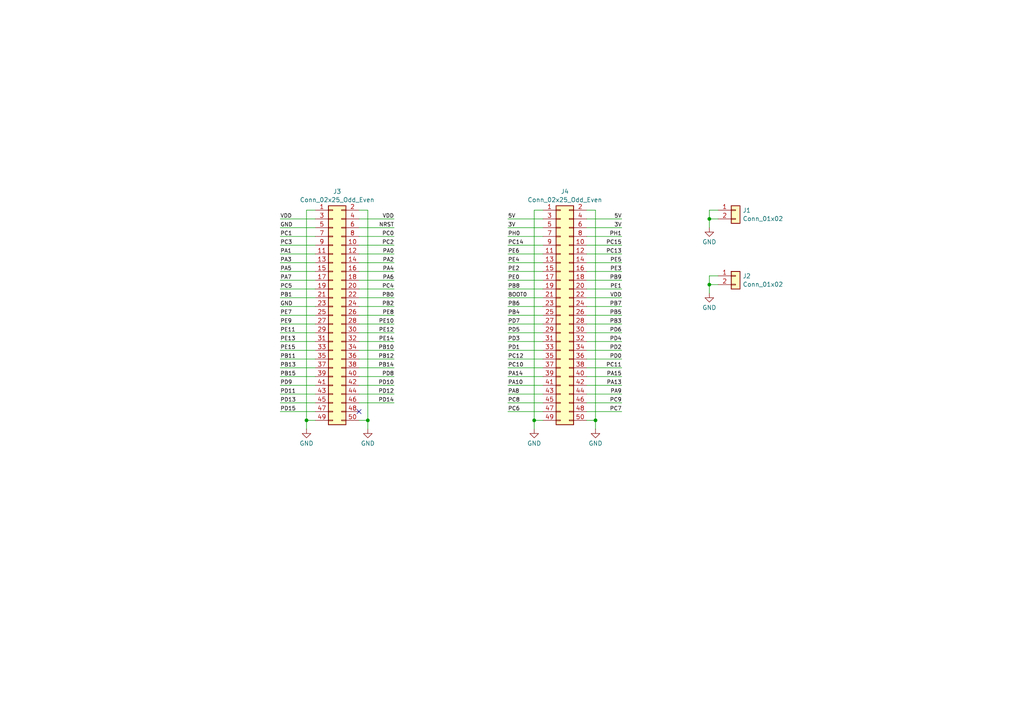
<source format=kicad_sch>
(kicad_sch (version 20250114) (generator "eeschema") (generator_version "9.0")
  (paper "A4")
  (title_block (title "DISCOVERY-F4 PINOUT") (date "2016-05-28"))
  (lib_symbols
    (symbol "Connector_Generic:Conn_01x02" (pin_names (offset 1.016) (hide yes))
      (property "Reference" "J" (at 0 2.54 0))
      (property "Value" "Conn_01x02" (at 0 -5.08 0))
      (symbol "Conn_01x02_1_1"
        (rectangle (start -1.27 1.27) (end 1.27 -3.81) (stroke (width 0.254)) (fill (type background)))
        (rectangle (start -1.27 0.127) (end 0 -0.127) (stroke (width 0.1524)))
        (rectangle (start -1.27 -2.413) (end 0 -2.667) (stroke (width 0.1524)))
        (pin passive line (at -5.08 0 0) (length 3.81) (name "Pin_1") (number "1"))
        (pin passive line (at -5.08 -2.54 0) (length 3.81) (name "Pin_2") (number "2"))
      )
    )
    (symbol "Connector_Generic:Conn_02x25_Odd_Even" (pin_names (offset 1.016) (hide yes))
      (property "Reference" "J" (at 1.27 33.02 0))
      (property "Value" "Conn_02x25_Odd_Even" (at 1.27 -33.02 0))
      (symbol "Conn_02x25_Odd_Even_1_1"
        (rectangle (start -1.27 31.75) (end 3.81 -31.75) (stroke (width 0.254)) (fill (type background)))
        (rectangle (start -1.27 30.607) (end 0 30.353) (stroke (width 0.1524)))
        (rectangle (start -1.27 28.067) (end 0 27.813) (stroke (width 0.1524)))
        (rectangle (start -1.27 25.527) (end 0 25.273) (stroke (width 0.1524)))
        (rectangle (start -1.27 22.987) (end 0 22.733) (stroke (width 0.1524)))
        (rectangle (start -1.27 20.447) (end 0 20.193) (stroke (width 0.1524)))
        (rectangle (start -1.27 17.907) (end 0 17.653) (stroke (width 0.1524)))
        (rectangle (start -1.27 15.367) (end 0 15.113) (stroke (width 0.1524)))
        (rectangle (start -1.27 12.827) (end 0 12.573) (stroke (width 0.1524)))
        (rectangle (start -1.27 10.287) (end 0 10.033) (stroke (width 0.1524)))
        (rectangle (start -1.27 7.747) (end 0 7.493) (stroke (width 0.1524)))
        (rectangle (start -1.27 5.207) (end 0 4.953) (stroke (width 0.1524)))
        (rectangle (start -1.27 2.667) (end 0 2.413) (stroke (width 0.1524)))
        (rectangle (start -1.27 0.127) (end 0 -0.127) (stroke (width 0.1524)))
        (rectangle (start -1.27 -2.413) (end 0 -2.667) (stroke (width 0.1524)))
        (rectangle (start -1.27 -4.953) (end 0 -5.207) (stroke (width 0.1524)))
        (rectangle (start -1.27 -7.493) (end 0 -7.747) (stroke (width 0.1524)))
        (rectangle (start -1.27 -10.033) (end 0 -10.287) (stroke (width 0.1524)))
        (rectangle (start -1.27 -12.573) (end 0 -12.827) (stroke (width 0.1524)))
        (rectangle (start -1.27 -15.113) (end 0 -15.367) (stroke (width 0.1524)))
        (rectangle (start -1.27 -17.653) (end 0 -17.907) (stroke (width 0.1524)))
        (rectangle (start -1.27 -20.193) (end 0 -20.447) (stroke (width 0.1524)))
        (rectangle (start -1.27 -22.733) (end 0 -22.987) (stroke (width 0.1524)))
        (rectangle (start -1.27 -25.273) (end 0 -25.527) (stroke (width 0.1524)))
        (rectangle (start -1.27 -27.813) (end 0 -28.067) (stroke (width 0.1524)))
        (rectangle (start -1.27 -30.353) (end 0 -30.607) (stroke (width 0.1524)))
        (rectangle (start 3.81 30.607) (end 2.54 30.353) (stroke (width 0.1524)))
        (rectangle (start 3.81 28.067) (end 2.54 27.813) (stroke (width 0.1524)))
        (rectangle (start 3.81 25.527) (end 2.54 25.273) (stroke (width 0.1524)))
        (rectangle (start 3.81 22.987) (end 2.54 22.733) (stroke (width 0.1524)))
        (rectangle (start 3.81 20.447) (end 2.54 20.193) (stroke (width 0.1524)))
        (rectangle (start 3.81 17.907) (end 2.54 17.653) (stroke (width 0.1524)))
        (rectangle (start 3.81 15.367) (end 2.54 15.113) (stroke (width 0.1524)))
        (rectangle (start 3.81 12.827) (end 2.54 12.573) (stroke (width 0.1524)))
        (rectangle (start 3.81 10.287) (end 2.54 10.033) (stroke (width 0.1524)))
        (rectangle (start 3.81 7.747) (end 2.54 7.493) (stroke (width 0.1524)))
        (rectangle (start 3.81 5.207) (end 2.54 4.953) (stroke (width 0.1524)))
        (rectangle (start 3.81 2.667) (end 2.54 2.413) (stroke (width 0.1524)))
        (rectangle (start 3.81 0.127) (end 2.54 -0.127) (stroke (width 0.1524)))
        (rectangle (start 3.81 -2.413) (end 2.54 -2.667) (stroke (width 0.1524)))
        (rectangle (start 3.81 -4.953) (end 2.54 -5.207) (stroke (width 0.1524)))
        (rectangle (start 3.81 -7.493) (end 2.54 -7.747) (stroke (width 0.1524)))
        (rectangle (start 3.81 -10.033) (end 2.54 -10.287) (stroke (width 0.1524)))
        (rectangle (start 3.81 -12.573) (end 2.54 -12.827) (stroke (width 0.1524)))
        (rectangle (start 3.81 -15.113) (end 2.54 -15.367) (stroke (width 0.1524)))
        (rectangle (start 3.81 -17.653) (end 2.54 -17.907) (stroke (width 0.1524)))
        (rectangle (start 3.81 -20.193) (end 2.54 -20.447) (stroke (width 0.1524)))
        (rectangle (start 3.81 -22.733) (end 2.54 -22.987) (stroke (width 0.1524)))
        (rectangle (start 3.81 -25.273) (end 2.54 -25.527) (stroke (width 0.1524)))
        (rectangle (start 3.81 -27.813) (end 2.54 -28.067) (stroke (width 0.1524)))
        (rectangle (start 3.81 -30.353) (end 2.54 -30.607) (stroke (width 0.1524)))
        (pin passive line (at -5.08 30.48 0) (length 3.81) (name "Pin_1") (number "1"))
        (pin passive line (at -5.08 27.94 0) (length 3.81) (name "Pin_3") (number "3"))
        (pin passive line (at -5.08 25.4 0) (length 3.81) (name "Pin_5") (number "5"))
        (pin passive line (at -5.08 22.86 0) (length 3.81) (name "Pin_7") (number "7"))
        (pin passive line (at -5.08 20.32 0) (length 3.81) (name "Pin_9") (number "9"))
        (pin passive line (at -5.08 17.78 0) (length 3.81) (name "Pin_11") (number "11"))
        (pin passive line (at -5.08 15.24 0) (length 3.81) (name "Pin_13") (number "13"))
        (pin passive line (at -5.08 12.7 0) (length 3.81) (name "Pin_15") (number "15"))
        (pin passive line (at -5.08 10.16 0) (length 3.81) (name "Pin_17") (number "17"))
        (pin passive line (at -5.08 7.62 0) (length 3.81) (name "Pin_19") (number "19"))
        (pin passive line (at -5.08 5.08 0) (length 3.81) (name "Pin_21") (number "21"))
        (pin passive line (at -5.08 2.54 0) (length 3.81) (name "Pin_23") (number "23"))
        (pin passive line (at -5.08 0 0) (length 3.81) (name "Pin_25") (number "25"))
        (pin passive line (at -5.08 -2.54 0) (length 3.81) (name "Pin_27") (number "27"))
        (pin passive line (at -5.08 -5.08 0) (length 3.81) (name "Pin_29") (number "29"))
        (pin passive line (at -5.08 -7.62 0) (length 3.81) (name "Pin_31") (number "31"))
        (pin passive line (at -5.08 -10.16 0) (length 3.81) (name "Pin_33") (number "33"))
        (pin passive line (at -5.08 -12.7 0) (length 3.81) (name "Pin_35") (number "35"))
        (pin passive line (at -5.08 -15.24 0) (length 3.81) (name "Pin_37") (number "37"))
        (pin passive line (at -5.08 -17.78 0) (length 3.81) (name "Pin_39") (number "39"))
        (pin passive line (at -5.08 -20.32 0) (length 3.81) (name "Pin_41") (number "41"))
        (pin passive line (at -5.08 -22.86 0) (length 3.81) (name "Pin_43") (number "43"))
        (pin passive line (at -5.08 -25.4 0) (length 3.81) (name "Pin_45") (number "45"))
        (pin passive line (at -5.08 -27.94 0) (length 3.81) (name "Pin_47") (number "47"))
        (pin passive line (at -5.08 -30.48 0) (length 3.81) (name "Pin_49") (number "49"))
        (pin passive line (at 7.62 30.48 180) (length 3.81) (name "Pin_2") (number "2"))
        (pin passive line (at 7.62 27.94 180) (length 3.81) (name "Pin_4") (number "4"))
        (pin passive line (at 7.62 25.4 180) (length 3.81) (name "Pin_6") (number "6"))
        (pin passive line (at 7.62 22.86 180) (length 3.81) (name "Pin_8") (number "8"))
        (pin passive line (at 7.62 20.32 180) (length 3.81) (name "Pin_10") (number "10"))
        (pin passive line (at 7.62 17.78 180) (length 3.81) (name "Pin_12") (number "12"))
        (pin passive line (at 7.62 15.24 180) (length 3.81) (name "Pin_14") (number "14"))
        (pin passive line (at 7.62 12.7 180) (length 3.81) (name "Pin_16") (number "16"))
        (pin passive line (at 7.62 10.16 180) (length 3.81) (name "Pin_18") (number "18"))
        (pin passive line (at 7.62 7.62 180) (length 3.81) (name "Pin_20") (number "20"))
        (pin passive line (at 7.62 5.08 180) (length 3.81) (name "Pin_22") (number "22"))
        (pin passive line (at 7.62 2.54 180) (length 3.81) (name "Pin_24") (number "24"))
        (pin passive line (at 7.62 0 180) (length 3.81) (name "Pin_26") (number "26"))
        (pin passive line (at 7.62 -2.54 180) (length 3.81) (name "Pin_28") (number "28"))
        (pin passive line (at 7.62 -5.08 180) (length 3.81) (name "Pin_30") (number "30"))
        (pin passive line (at 7.62 -7.62 180) (length 3.81) (name "Pin_32") (number "32"))
        (pin passive line (at 7.62 -10.16 180) (length 3.81) (name "Pin_34") (number "34"))
        (pin passive line (at 7.62 -12.7 180) (length 3.81) (name "Pin_36") (number "36"))
        (pin passive line (at 7.62 -15.24 180) (length 3.81) (name "Pin_38") (number "38"))
        (pin passive line (at 7.62 -17.78 180) (length 3.81) (name "Pin_40") (number "40"))
        (pin passive line (at 7.62 -20.32 180) (length 3.81) (name "Pin_42") (number "42"))
        (pin passive line (at 7.62 -22.86 180) (length 3.81) (name "Pin_44") (number "44"))
        (pin passive line (at 7.62 -25.4 180) (length 3.81) (name "Pin_46") (number "46"))
        (pin passive line (at 7.62 -27.94 180) (length 3.81) (name "Pin_48") (number "48"))
        (pin passive line (at 7.62 -30.48 180) (length 3.81) (name "Pin_50") (number "50"))
      )
    )
    (symbol "GND_1" (power) (pin_numbers (hide yes)) (pin_names (offset 0) (hide yes))
      (property "Value" "GND" (at 0 -3.81 0))
      (symbol "GND_1_0_1"
        (polyline (pts (xy 0 0) (xy 0 -1.27) (xy 1.27 -1.27) (xy 0 -2.54) (xy -1.27 -1.27) (xy 0 -1.27)))
      )
      (symbol "GND_1_1_1"
        (pin power_in line (at 0 0 270) (length 0) (name "~") (number "1"))
      )
    )
  )
  (junction (at 154.94 121.92))
  (junction (at 106.68 121.92))
  (junction (at 205.74 63.5))
  (junction (at 205.74 82.55))
  (junction (at 172.72 121.92))
  (junction (at 88.9 121.92))
  (no_connect (at 104.14 119.38))
  (wire (pts (xy 147.32 101.6) (xy 157.48 101.6)))
  (wire (pts (xy 154.94 60.96) (xy 154.94 121.92)))
  (wire (pts (xy 147.32 93.98) (xy 157.48 93.98)))
  (wire (pts (xy 147.32 73.66) (xy 157.48 73.66)))
  (wire (pts (xy 147.32 88.9) (xy 157.48 88.9)))
  (wire (pts (xy 180.34 99.06) (xy 170.18 99.06)))
  (wire (pts (xy 170.18 60.96) (xy 172.72 60.96)))
  (wire (pts (xy 81.28 104.14) (xy 91.44 104.14)))
  (wire (pts (xy 205.74 66.04) (xy 205.74 63.5)))
  (wire (pts (xy 147.32 76.2) (xy 157.48 76.2)))
  (wire (pts (xy 147.32 86.36) (xy 157.48 86.36)))
  (wire (pts (xy 180.34 78.74) (xy 170.18 78.74)))
  (wire (pts (xy 180.34 86.36) (xy 170.18 86.36)))
  (wire (pts (xy 114.3 83.82) (xy 104.14 83.82)))
  (wire (pts (xy 208.28 82.55) (xy 205.74 82.55)))
  (wire (pts (xy 147.32 106.68) (xy 157.48 106.68)))
  (wire (pts (xy 147.32 119.38) (xy 157.48 119.38)))
  (wire (pts (xy 114.3 93.98) (xy 104.14 93.98)))
  (wire (pts (xy 114.3 88.9) (xy 104.14 88.9)))
  (wire (pts (xy 180.34 111.76) (xy 170.18 111.76)))
  (wire (pts (xy 172.72 60.96) (xy 172.72 121.92)))
  (wire (pts (xy 88.9 121.92) (xy 88.9 124.46)))
  (wire (pts (xy 180.34 88.9) (xy 170.18 88.9)))
  (wire (pts (xy 114.3 78.74) (xy 104.14 78.74)))
  (wire (pts (xy 147.32 96.52) (xy 157.48 96.52)))
  (wire (pts (xy 81.28 83.82) (xy 91.44 83.82)))
  (wire (pts (xy 180.34 81.28) (xy 170.18 81.28)))
  (wire (pts (xy 114.3 68.58) (xy 104.14 68.58)))
  (wire (pts (xy 81.28 114.3) (xy 91.44 114.3)))
  (wire (pts (xy 147.32 111.76) (xy 157.48 111.76)))
  (wire (pts (xy 114.3 63.5) (xy 104.14 63.5)))
  (wire (pts (xy 114.3 96.52) (xy 104.14 96.52)))
  (wire (pts (xy 114.3 101.6) (xy 104.14 101.6)))
  (wire (pts (xy 81.28 106.68) (xy 91.44 106.68)))
  (wire (pts (xy 81.28 81.28) (xy 91.44 81.28)))
  (wire (pts (xy 114.3 114.3) (xy 104.14 114.3)))
  (wire (pts (xy 81.28 73.66) (xy 91.44 73.66)))
  (wire (pts (xy 180.34 109.22) (xy 170.18 109.22)))
  (wire (pts (xy 180.34 119.38) (xy 170.18 119.38)))
  (wire (pts (xy 114.3 73.66) (xy 104.14 73.66)))
  (wire (pts (xy 180.34 68.58) (xy 170.18 68.58)))
  (wire (pts (xy 106.68 121.92) (xy 106.68 124.46)))
  (wire (pts (xy 81.28 91.44) (xy 91.44 91.44)))
  (wire (pts (xy 180.34 66.04) (xy 170.18 66.04)))
  (wire (pts (xy 114.3 116.84) (xy 104.14 116.84)))
  (wire (pts (xy 81.28 63.5) (xy 91.44 63.5)))
  (wire (pts (xy 147.32 71.12) (xy 157.48 71.12)))
  (wire (pts (xy 170.18 121.92) (xy 172.72 121.92)))
  (wire (pts (xy 81.28 101.6) (xy 91.44 101.6)))
  (wire (pts (xy 81.28 99.06) (xy 91.44 99.06)))
  (wire (pts (xy 114.3 76.2) (xy 104.14 76.2)))
  (wire (pts (xy 81.28 116.84) (xy 91.44 116.84)))
  (wire (pts (xy 180.34 76.2) (xy 170.18 76.2)))
  (wire (pts (xy 180.34 71.12) (xy 170.18 71.12)))
  (wire (pts (xy 180.34 101.6) (xy 170.18 101.6)))
  (wire (pts (xy 147.32 68.58) (xy 157.48 68.58)))
  (wire (pts (xy 180.34 116.84) (xy 170.18 116.84)))
  (wire (pts (xy 114.3 91.44) (xy 104.14 91.44)))
  (wire (pts (xy 157.48 60.96) (xy 154.94 60.96)))
  (wire (pts (xy 154.94 121.92) (xy 154.94 124.46)))
  (wire (pts (xy 180.34 73.66) (xy 170.18 73.66)))
  (wire (pts (xy 180.34 96.52) (xy 170.18 96.52)))
  (wire (pts (xy 147.32 83.82) (xy 157.48 83.82)))
  (wire (pts (xy 147.32 109.22) (xy 157.48 109.22)))
  (wire (pts (xy 205.74 80.01) (xy 205.74 82.55)))
  (wire (pts (xy 180.34 93.98) (xy 170.18 93.98)))
  (wire (pts (xy 81.28 66.04) (xy 91.44 66.04)))
  (wire (pts (xy 147.32 116.84) (xy 157.48 116.84)))
  (wire (pts (xy 208.28 80.01) (xy 205.74 80.01)))
  (wire (pts (xy 147.32 104.14) (xy 157.48 104.14)))
  (wire (pts (xy 114.3 104.14) (xy 104.14 104.14)))
  (wire (pts (xy 114.3 106.68) (xy 104.14 106.68)))
  (wire (pts (xy 205.74 60.96) (xy 208.28 60.96)))
  (wire (pts (xy 208.28 63.5) (xy 205.74 63.5)))
  (wire (pts (xy 147.32 114.3) (xy 157.48 114.3)))
  (wire (pts (xy 114.3 99.06) (xy 104.14 99.06)))
  (wire (pts (xy 104.14 60.96) (xy 106.68 60.96)))
  (wire (pts (xy 81.28 78.74) (xy 91.44 78.74)))
  (wire (pts (xy 205.74 63.5) (xy 205.74 60.96)))
  (wire (pts (xy 180.34 114.3) (xy 170.18 114.3)))
  (wire (pts (xy 88.9 60.96) (xy 88.9 121.92)))
  (wire (pts (xy 81.28 86.36) (xy 91.44 86.36)))
  (wire (pts (xy 180.34 91.44) (xy 170.18 91.44)))
  (wire (pts (xy 180.34 106.68) (xy 170.18 106.68)))
  (wire (pts (xy 81.28 111.76) (xy 91.44 111.76)))
  (wire (pts (xy 180.34 83.82) (xy 170.18 83.82)))
  (wire (pts (xy 114.3 109.22) (xy 104.14 109.22)))
  (wire (pts (xy 81.28 68.58) (xy 91.44 68.58)))
  (wire (pts (xy 147.32 81.28) (xy 157.48 81.28)))
  (wire (pts (xy 106.68 60.96) (xy 106.68 121.92)))
  (wire (pts (xy 106.68 121.92) (xy 104.14 121.92)))
  (wire (pts (xy 114.3 81.28) (xy 104.14 81.28)))
  (wire (pts (xy 147.32 78.74) (xy 157.48 78.74)))
  (wire (pts (xy 205.74 82.55) (xy 205.74 85.09)))
  (wire (pts (xy 154.94 121.92) (xy 157.48 121.92)))
  (wire (pts (xy 180.34 104.14) (xy 170.18 104.14)))
  (wire (pts (xy 147.32 99.06) (xy 157.48 99.06)))
  (wire (pts (xy 114.3 86.36) (xy 104.14 86.36)))
  (wire (pts (xy 81.28 76.2) (xy 91.44 76.2)))
  (wire (pts (xy 91.44 60.96) (xy 88.9 60.96)))
  (wire (pts (xy 81.28 96.52) (xy 91.44 96.52)))
  (wire (pts (xy 172.72 121.92) (xy 172.72 124.46)))
  (wire (pts (xy 81.28 119.38) (xy 91.44 119.38)))
  (wire (pts (xy 81.28 93.98) (xy 91.44 93.98)))
  (wire (pts (xy 180.34 63.5) (xy 170.18 63.5)))
  (wire (pts (xy 91.44 121.92) (xy 88.9 121.92)))
  (wire (pts (xy 81.28 71.12) (xy 91.44 71.12)))
  (wire (pts (xy 114.3 71.12) (xy 104.14 71.12)))
  (wire (pts (xy 114.3 66.04) (xy 104.14 66.04)))
  (wire (pts (xy 114.3 111.76) (xy 104.14 111.76)))
  (wire (pts (xy 81.28 88.9) (xy 91.44 88.9)))
  (wire (pts (xy 81.28 109.22) (xy 91.44 109.22)))
  (wire (pts (xy 147.32 63.5) (xy 157.48 63.5)))
  (wire (pts (xy 147.32 66.04) (xy 157.48 66.04)))
  (wire (pts (xy 147.32 91.44) (xy 157.48 91.44)))
  (label "PA0" (at 114.3 73.66 180) (effects (font (size 1.1176 1.1176))))
  (label "PH0" (at 147.32 68.58 0) (effects (font (size 1.1176 1.1176))))
  (label "PB1" (at 81.28 86.36 0) (effects (font (size 1.1176 1.1176))))
  (label "PD9" (at 81.28 111.76 0) (effects (font (size 1.1176 1.1176))))
  (label "NRST" (at 114.3 66.04 180) (effects (font (size 1.1176 1.1176))))
  (label "PC15" (at 180.34 71.12 180) (effects (font (size 1.1176 1.1176))))
  (label "PB14" (at 114.3 106.68 180) (effects (font (size 1.1176 1.1176))))
  (label "PB3" (at 180.34 93.98 180) (effects (font (size 1.1176 1.1176))))
  (label "VDD" (at 180.34 86.36 180) (effects (font (size 1.1176 1.1176))))
  (label "3V" (at 147.32 66.04 0) (effects (font (size 1.1176 1.1176))))
  (label "PC12" (at 147.32 104.14 0) (effects (font (size 1.1176 1.1176))))
  (label "PD6" (at 180.34 96.52 180) (effects (font (size 1.1176 1.1176))))
  (label "PE14" (at 114.3 99.06 180) (effects (font (size 1.1176 1.1176))))
  (label "PE7" (at 81.28 91.44 0) (effects (font (size 1.1176 1.1176))))
  (label "PD4" (at 180.34 99.06 180) (effects (font (size 1.1176 1.1176))))
  (label "PC2" (at 114.3 71.12 180) (effects (font (size 1.1176 1.1176))))
  (label "PE9" (at 81.28 93.98 0) (effects (font (size 1.1176 1.1176))))
  (label "PC9" (at 180.34 116.84 180) (effects (font (size 1.1176 1.1176))))
  (label "VDD" (at 81.28 63.5 0) (effects (font (size 1.1176 1.1176))))
  (label "PA14" (at 147.32 109.22 0) (effects (font (size 1.1176 1.1176))))
  (label "PC5" (at 81.28 83.82 0) (effects (font (size 1.1176 1.1176))))
  (label "PE8" (at 114.3 91.44 180) (effects (font (size 1.1176 1.1176))))
  (label "PE11" (at 81.28 96.52 0) (effects (font (size 1.1176 1.1176))))
  (label "PD10" (at 114.3 111.76 180) (effects (font (size 1.1176 1.1176))))
  (label "PE10" (at 114.3 93.98 180) (effects (font (size 1.1176 1.1176))))
  (label "PD12" (at 114.3 114.3 180) (effects (font (size 1.1176 1.1176))))
  (label "PD11" (at 81.28 114.3 0) (effects (font (size 1.1176 1.1176))))
  (label "PC1" (at 81.28 68.58 0) (effects (font (size 1.1176 1.1176))))
  (label "PH1" (at 180.34 68.58 180) (effects (font (size 1.1176 1.1176))))
  (label "PB15" (at 81.28 109.22 0) (effects (font (size 1.1176 1.1176))))
  (label "PC10" (at 147.32 106.68 0) (effects (font (size 1.1176 1.1176))))
  (label "GND" (at 81.28 66.04 0) (effects (font (size 1.1176 1.1176))))
  (label "PA13" (at 180.34 111.76 180) (effects (font (size 1.1176 1.1176))))
  (label "PC8" (at 147.32 116.84 0) (effects (font (size 1.1176 1.1176))))
  (label "PA9" (at 180.34 114.3 180) (effects (font (size 1.1176 1.1176))))
  (label "PD13" (at 81.28 116.84 0) (effects (font (size 1.1176 1.1176))))
  (label "PA6" (at 114.3 81.28 180) (effects (font (size 1.1176 1.1176))))
  (label "PA2" (at 114.3 76.2 180) (effects (font (size 1.1176 1.1176))))
  (label "PE15" (at 81.28 101.6 0) (effects (font (size 1.1176 1.1176))))
  (label "PB9" (at 180.34 81.28 180) (effects (font (size 1.1176 1.1176))))
  (label "PB2" (at 114.3 88.9 180) (effects (font (size 1.1176 1.1176))))
  (label "PA10" (at 147.32 111.76 0) (effects (font (size 1.1176 1.1176))))
  (label "PC7" (at 180.34 119.38 180) (effects (font (size 1.1176 1.1176))))
  (label "PB7" (at 180.34 88.9 180) (effects (font (size 1.1176 1.1176))))
  (label "PE4" (at 147.32 76.2 0) (effects (font (size 1.1176 1.1176))))
  (label "PB13" (at 81.28 106.68 0) (effects (font (size 1.1176 1.1176))))
  (label "PE13" (at 81.28 99.06 0) (effects (font (size 1.1176 1.1176))))
  (label "PE1" (at 180.34 83.82 180) (effects (font (size 1.1176 1.1176))))
  (label "PB4" (at 147.32 91.44 0) (effects (font (size 1.1176 1.1176))))
  (label "VDD" (at 114.3 63.5 180) (effects (font (size 1.1176 1.1176))))
  (label "PC11" (at 180.34 106.68 180) (effects (font (size 1.1176 1.1176))))
  (label "PB12" (at 114.3 104.14 180) (effects (font (size 1.1176 1.1176))))
  (label "PE6" (at 147.32 73.66 0) (effects (font (size 1.1176 1.1176))))
  (label "PD14" (at 114.3 116.84 180) (effects (font (size 1.1176 1.1176))))
  (label "PA15" (at 180.34 109.22 180) (effects (font (size 1.1176 1.1176))))
  (label "5V" (at 180.34 63.5 180) (effects (font (size 1.1176 1.1176))))
  (label "PE2" (at 147.32 78.74 0) (effects (font (size 1.1176 1.1176))))
  (label "PB10" (at 114.3 101.6 180) (effects (font (size 1.1176 1.1176))))
  (label "PC4" (at 114.3 83.82 180) (effects (font (size 1.1176 1.1176))))
  (label "PD8" (at 114.3 109.22 180) (effects (font (size 1.1176 1.1176))))
  (label "PC13" (at 180.34 73.66 180) (effects (font (size 1.1176 1.1176))))
  (label "PA3" (at 81.28 76.2 0) (effects (font (size 1.1176 1.1176))))
  (label "PD0" (at 180.34 104.14 180) (effects (font (size 1.1176 1.1176))))
  (label "PA7" (at 81.28 81.28 0) (effects (font (size 1.1176 1.1176))))
  (label "PD3" (at 147.32 99.06 0) (effects (font (size 1.1176 1.1176))))
  (label "PE12" (at 114.3 96.52 180) (effects (font (size 1.1176 1.1176))))
  (label "3V" (at 180.34 66.04 180) (effects (font (size 1.1176 1.1176))))
  (label "PE0" (at 147.32 81.28 0) (effects (font (size 1.1176 1.1176))))
  (label "PE5" (at 180.34 76.2 180) (effects (font (size 1.1176 1.1176))))
  (label "PB8" (at 147.32 83.82 0) (effects (font (size 1.1176 1.1176))))
  (label "PA4" (at 114.3 78.74 180) (effects (font (size 1.1176 1.1176))))
  (label "PC6" (at 147.32 119.38 0) (effects (font (size 1.1176 1.1176))))
  (label "GND" (at 81.28 88.9 0) (effects (font (size 1.1176 1.1176))))
  (label "PA5" (at 81.28 78.74 0) (effects (font (size 1.1176 1.1176))))
  (label "PB0" (at 114.3 86.36 180) (effects (font (size 1.1176 1.1176))))
  (label "5V" (at 147.32 63.5 0) (effects (font (size 1.1176 1.1176))))
  (label "PD2" (at 180.34 101.6 180) (effects (font (size 1.1176 1.1176))))
  (label "PC14" (at 147.32 71.12 0) (effects (font (size 1.1176 1.1176))))
  (label "PA8" (at 147.32 114.3 0) (effects (font (size 1.1176 1.1176))))
  (label "PC0" (at 114.3 68.58 180) (effects (font (size 1.1176 1.1176))))
  (label "PD5" (at 147.32 96.52 0) (effects (font (size 1.1176 1.1176))))
  (label "BOOT0" (at 147.32 86.36 0) (effects (font (size 1.1176 1.1176))))
  (label "PB11" (at 81.28 104.14 0) (effects (font (size 1.1176 1.1176))))
  (label "PB5" (at 180.34 91.44 180) (effects (font (size 1.1176 1.1176))))
  (label "PB6" (at 147.32 88.9 0) (effects (font (size 1.1176 1.1176))))
  (label "PD7" (at 147.32 93.98 0) (effects (font (size 1.1176 1.1176))))
  (label "PD15" (at 81.28 119.38 0) (effects (font (size 1.1176 1.1176))))
  (label "PA1" (at 81.28 73.66 0) (effects (font (size 1.1176 1.1176))))
  (label "PD1" (at 147.32 101.6 0) (effects (font (size 1.1176 1.1176))))
  (label "PC3" (at 81.28 71.12 0) (effects (font (size 1.1176 1.1176))))
  (label "PE3" (at 180.34 78.74 180) (effects (font (size 1.1176 1.1176))))
  (symbol (lib_name "GND_1") (lib_id "power:GND") (at 106.68 124.46 0) (unit 1)
    (property "Reference" "#PWR09" (effects (hide yes)))
    (property "Value" "GND" (at 106.68 128.5931 0))
    (property "Description" "Power symbol creates a global label with name \"GND\" , ground" (effects (hide yes)))
  )
  (symbol (lib_id "Connector_Generic:Conn_01x02") (at 213.36 60.96 0) (unit 1)
    (property "Reference" "J1" (at 215.392 61.0178 0) (effects (justify left)))
    (property "Value" "Conn_01x02" (at 215.392 63.4421 0) (effects (justify left)))
    (property "Description" "Generic connector, single row, 01x02, script generated (kicad-library-utils/schlib/autogen/connector/)" (effects (hide yes)))
  )
  (symbol (lib_name "GND_1") (lib_id "power:GND") (at 154.94 124.46 0) (unit 1)
    (property "Reference" "#PWR08" (effects (hide yes)))
    (property "Value" "GND" (at 154.94 128.5931 0))
    (property "Description" "Power symbol creates a global label with name \"GND\" , ground" (effects (hide yes)))
  )
  (symbol (lib_name "GND_1") (lib_id "power:GND") (at 205.74 85.09 0) (unit 1)
    (property "Reference" "#PWR01" (effects (hide yes)))
    (property "Value" "GND" (at 205.74 89.2231 0))
    (property "Description" "Power symbol creates a global label with name \"GND\" , ground" (effects (hide yes)))
  )
  (symbol (lib_id "Connector_Generic:Conn_01x02") (at 213.36 80.01 0) (unit 1)
    (property "Reference" "J2" (at 215.392 80.0678 0) (effects (justify left)))
    (property "Value" "Conn_01x02" (at 215.392 82.4921 0) (effects (justify left)))
    (property "Description" "Generic connector, single row, 01x02, script generated (kicad-library-utils/schlib/autogen/connector/)" (effects (hide yes)))
  )
  (symbol (lib_name "GND_1") (lib_id "power:GND") (at 172.72 124.46 0) (unit 1)
    (property "Reference" "#PWR07" (effects (hide yes)))
    (property "Value" "GND" (at 172.72 128.5931 0))
    (property "Description" "Power symbol creates a global label with name \"GND\" , ground" (effects (hide yes)))
  )
  (symbol (lib_id "Connector_Generic:Conn_02x25_Odd_Even") (at 96.52 91.44 0) (unit 1)
    (property "Reference" "J3" (at 97.79 55.5455 0))
    (property "Value" "Conn_02x25_Odd_Even" (at 97.79 57.9698 0))
    (property "Description" "Generic connector, double row, 02x25, odd/even pin numbering scheme (row 1 odd numbers, row 2 even numbers), script generated (kicad-library-utils/schlib/autogen/connector/)" (effects (hide yes)))
  )
  (symbol (lib_name "GND_1") (lib_id "power:GND") (at 205.74 66.04 0) (unit 1)
    (property "Reference" "#PWR02" (effects (hide yes)))
    (property "Value" "GND" (at 205.74 70.1731 0))
    (property "Description" "Power symbol creates a global label with name \"GND\" , ground" (effects (hide yes)))
  )
  (symbol (lib_id "Connector_Generic:Conn_02x25_Odd_Even") (at 162.56 91.44 0) (unit 1)
    (property "Reference" "J4" (at 163.83 55.5455 0))
    (property "Value" "Conn_02x25_Odd_Even" (at 163.83 57.9698 0))
    (property "Description" "Generic connector, double row, 02x25, odd/even pin numbering scheme (row 1 odd numbers, row 2 even numbers), script generated (kicad-library-utils/schlib/autogen/connector/)" (effects (hide yes)))
  )
  (symbol (lib_name "GND_1") (lib_id "power:GND") (at 88.9 124.46 0) (unit 1)
    (property "Reference" "#PWR010" (effects (hide yes)))
    (property "Value" "GND" (at 88.9 128.5931 0))
    (property "Description" "Power symbol creates a global label with name \"GND\" , ground" (effects (hide yes)))
  )
)
</source>
